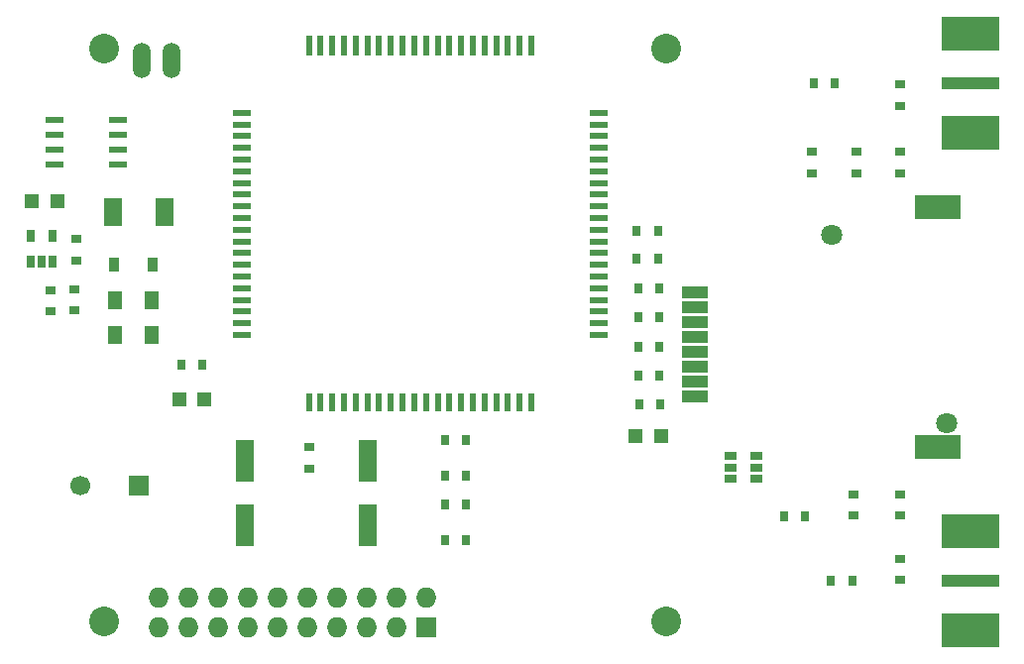
<source format=gts>
G04 #@! TF.FileFunction,Soldermask,Top*
%FSLAX46Y46*%
G04 Gerber Fmt 4.6, Leading zero omitted, Abs format (unit mm)*
G04 Created by KiCad (PCBNEW 4.0.0-rc1-stable) date 10/1/2015 4:54:29 PM*
%MOMM*%
G01*
G04 APERTURE LIST*
%ADD10C,0.100000*%
%ADD11R,0.900000X0.700000*%
%ADD12R,1.727200X1.727200*%
%ADD13O,1.727200X1.727200*%
%ADD14R,0.700000X0.900000*%
%ADD15R,0.800000X0.900000*%
%ADD16R,0.900000X0.800000*%
%ADD17R,1.200000X1.600000*%
%ADD18R,1.200000X1.250000*%
%ADD19R,1.550000X0.600000*%
%ADD20R,0.650000X1.060000*%
%ADD21R,0.600000X1.800000*%
%ADD22R,1.500000X0.600000*%
%ADD23R,0.600000X1.500000*%
%ADD24R,1.060000X0.650000*%
%ADD25O,1.506220X3.014980*%
%ADD26C,2.540000*%
%ADD27R,5.000000X1.100000*%
%ADD28R,5.000000X3.000000*%
%ADD29R,2.300000X1.000000*%
%ADD30R,4.000000X2.000000*%
%ADD31C,1.800000*%
%ADD32R,1.500000X2.400000*%
%ADD33R,0.910000X1.220000*%
%ADD34R,1.600200X3.599180*%
%ADD35C,1.700000*%
%ADD36R,1.700000X1.700000*%
G04 APERTURE END LIST*
D10*
D11*
X186000000Y-125900000D03*
X186000000Y-124100000D03*
X190000000Y-124100000D03*
X190000000Y-125900000D03*
D12*
X149500000Y-135500000D03*
D13*
X149500000Y-132960000D03*
X146960000Y-135500000D03*
X146960000Y-132960000D03*
X144420000Y-135500000D03*
X144420000Y-132960000D03*
X141880000Y-135500000D03*
X141880000Y-132960000D03*
X139340000Y-135500000D03*
X139340000Y-132960000D03*
X136800000Y-135500000D03*
X136800000Y-132960000D03*
X134260000Y-135500000D03*
X134260000Y-132960000D03*
X131720000Y-135500000D03*
X131720000Y-132960000D03*
X129180000Y-135500000D03*
X129180000Y-132960000D03*
X126640000Y-135500000D03*
X126640000Y-132960000D03*
D11*
X190000000Y-131400000D03*
X190000000Y-129600000D03*
D14*
X180100000Y-126000000D03*
X181900000Y-126000000D03*
X185900000Y-131500000D03*
X184100000Y-131500000D03*
X184400000Y-89000000D03*
X182600000Y-89000000D03*
D15*
X151100000Y-119500000D03*
X152900000Y-119500000D03*
X152900000Y-122500000D03*
X151100000Y-122500000D03*
X151100000Y-125000000D03*
X152900000Y-125000000D03*
D16*
X117400000Y-108500000D03*
X117400000Y-106700000D03*
X119600000Y-102300000D03*
X119600000Y-104100000D03*
D15*
X167600000Y-109000000D03*
X169400000Y-109000000D03*
X167600000Y-106500000D03*
X169400000Y-106500000D03*
X167600000Y-111500000D03*
X169400000Y-111500000D03*
X167600000Y-114000000D03*
X169400000Y-114000000D03*
X151100000Y-128000000D03*
X152900000Y-128000000D03*
D11*
X190000000Y-89100000D03*
X190000000Y-90900000D03*
X182500000Y-96650000D03*
X182500000Y-94850000D03*
D16*
X139500000Y-120100000D03*
X139500000Y-121900000D03*
D17*
X122900000Y-107500000D03*
X126100000Y-107500000D03*
X122900000Y-110500000D03*
X126100000Y-110500000D03*
D11*
X119500000Y-108400000D03*
X119500000Y-106600000D03*
D18*
X115800000Y-99100000D03*
X118000000Y-99100000D03*
X167400000Y-119100000D03*
X169600000Y-119100000D03*
D14*
X167700000Y-116400000D03*
X169500000Y-116400000D03*
X130400000Y-113000000D03*
X128600000Y-113000000D03*
D18*
X130600000Y-116000000D03*
X128400000Y-116000000D03*
D11*
X186250000Y-94850000D03*
X186250000Y-96650000D03*
X190000000Y-96650000D03*
X190000000Y-94850000D03*
D14*
X169300000Y-104000000D03*
X167500000Y-104000000D03*
X169300000Y-101600000D03*
X167500000Y-101600000D03*
D19*
X117800000Y-92095000D03*
X117800000Y-93365000D03*
X117800000Y-94635000D03*
X117800000Y-95905000D03*
X123200000Y-95905000D03*
X123200000Y-94635000D03*
X123200000Y-93365000D03*
X123200000Y-92095000D03*
D20*
X115700000Y-104200000D03*
X116650000Y-104200000D03*
X117600000Y-104200000D03*
X117600000Y-102000000D03*
X115700000Y-102000000D03*
D21*
X158500000Y-85750000D03*
X157500000Y-85750000D03*
X156500000Y-85750000D03*
X155500000Y-85750000D03*
X154500000Y-85750000D03*
X153500000Y-85750000D03*
X152500000Y-85750000D03*
X151500000Y-85750000D03*
X150500000Y-85750000D03*
X149500000Y-85750000D03*
X148500000Y-85750000D03*
X147500000Y-85750000D03*
X146500000Y-85750000D03*
X145500000Y-85750000D03*
X144500000Y-85750000D03*
X143500000Y-85750000D03*
X142500000Y-85750000D03*
X141500000Y-85750000D03*
X140500000Y-85750000D03*
X139500000Y-85750000D03*
D22*
X133750000Y-91500000D03*
X133750000Y-92500000D03*
X133750000Y-93500000D03*
X133750000Y-94500000D03*
X133750000Y-95500000D03*
X133750000Y-96500000D03*
X133750000Y-97500000D03*
X133750000Y-98500000D03*
X133750000Y-99500000D03*
X133750000Y-100500000D03*
X133750000Y-101500000D03*
X133750000Y-102500000D03*
X133750000Y-103500000D03*
X133750000Y-104500000D03*
X133750000Y-105500000D03*
X133750000Y-106500000D03*
X133750000Y-107500000D03*
X133750000Y-108500000D03*
X133750000Y-109500000D03*
X133750000Y-110500000D03*
D23*
X139500000Y-116250000D03*
X140500000Y-116250000D03*
X141500000Y-116250000D03*
X142500000Y-116250000D03*
X143500000Y-116250000D03*
X144500000Y-116250000D03*
X145500000Y-116250000D03*
X146500000Y-116250000D03*
X147500000Y-116250000D03*
X148500000Y-116250000D03*
X149500000Y-116250000D03*
X150500000Y-116250000D03*
X151500000Y-116250000D03*
X152500000Y-116250000D03*
X153500000Y-116250000D03*
X154500000Y-116250000D03*
X155500000Y-116250000D03*
X156500000Y-116250000D03*
X157500000Y-116250000D03*
X158500000Y-116250000D03*
D22*
X164250000Y-110500000D03*
X164250000Y-109500000D03*
X164250000Y-108500000D03*
X164250000Y-107500000D03*
X164250000Y-106500000D03*
X164250000Y-105500000D03*
X164250000Y-104500000D03*
X164250000Y-103500000D03*
X164250000Y-102500000D03*
X164250000Y-101500000D03*
X164250000Y-100500000D03*
X164250000Y-99500000D03*
X164250000Y-98500000D03*
X164250000Y-97500000D03*
X164250000Y-96500000D03*
X164250000Y-95500000D03*
X164250000Y-94500000D03*
X164250000Y-93500000D03*
X164250000Y-92500000D03*
X164250000Y-91500000D03*
D24*
X175500000Y-120850000D03*
X175500000Y-121800000D03*
X175500000Y-122750000D03*
X177700000Y-122750000D03*
X177700000Y-120850000D03*
X177700000Y-121800000D03*
D25*
X127770000Y-87000000D03*
X125230000Y-87000000D03*
D26*
X170000000Y-86000000D03*
X170000000Y-135000000D03*
X122000000Y-135000000D03*
X122000000Y-86000000D03*
D27*
X196000000Y-131500000D03*
D28*
X196000000Y-127250000D03*
X196000000Y-135750000D03*
D27*
X196000000Y-89000000D03*
D28*
X196000000Y-84750000D03*
X196000000Y-93250000D03*
D29*
X172505000Y-106830000D03*
X172505000Y-109370000D03*
X172505000Y-111910000D03*
X172505000Y-115720000D03*
X172505000Y-108100000D03*
X172505000Y-110640000D03*
X172505000Y-113180000D03*
X172505000Y-114450000D03*
D30*
X193200000Y-99550000D03*
X193200000Y-120100000D03*
D31*
X193970000Y-117990000D03*
X184170000Y-101940000D03*
D32*
X122800000Y-100000000D03*
X127200000Y-100000000D03*
D33*
X122865000Y-104500000D03*
X126135000Y-104500000D03*
D34*
X144500000Y-121249180D03*
X144500000Y-126750820D03*
X134000000Y-121249180D03*
X134000000Y-126750820D03*
D35*
X120000000Y-123400000D03*
D36*
X125000000Y-123400000D03*
M02*

</source>
